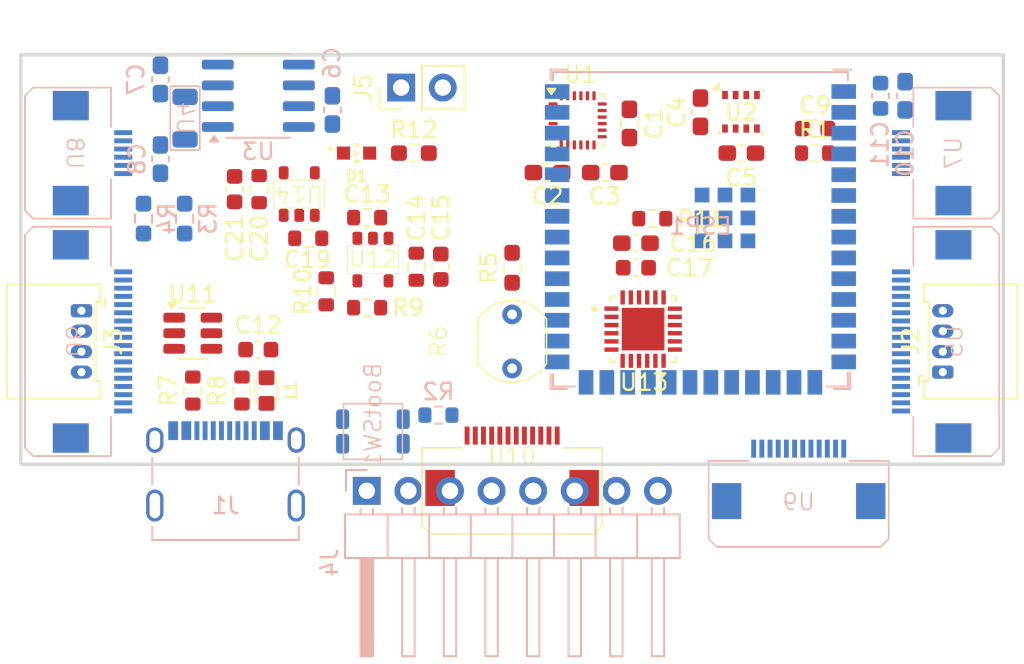
<source format=kicad_pcb>
(kicad_pcb (version 20240108) (generator "pcbnew") (generator_version "8.0")
  (layers (0 "F.Cu" signal) (31 "B.Cu" signal) (34 "B.Paste" user) (35 "F.Paste" user) (36 "B.SilkS" user "B.Silkscreen") (37 "F.SilkS" user "F.Silkscreen") (38 "B.Mask" user) (39 "F.Mask" user) (44 "Edge.Cuts" user))
  (net 0 "")
  (net 1 "GND")
  (net 2 "Net-(ESP1-GPIO0{slash}BOOT)")
  (net 3 "Net-(J5-Pin_1)")
  (net 4 "+3V3")
  (net 5 "+1V8")
  (net 6 "Net-(U1-REGOUT)")
  (net 7 "Net-(U3-X2)")
  (net 8 "Net-(U3-X1)")
  (net 9 "Net-(ESP1-EN)")
  (net 10 "/1V8 Regulator/Vin")
  (net 11 "Net-(D1-Pad1)")
  (net 39 "USB +")
  (net 43 "USB -")
  (net 52 "Net-(J1-CC1)")
  (net 54 "Net-(J1-CC2)")
  (net 55 "Net-(J1-VBUS_A)")
  (net 56 "+5V")
  (net 57 "SCL")
  (net 58 "SDA")
  (net 59 "Photoresistor")
  (net 60 "Net-(U12-ADJ)")
  (net 61 "Net-(U13-~{INT})")
  (net 78 "Disp 11")
  (net 79 "Disp 7")
  (net 80 "Disp 10")
  (net 81 "Disp 5")
  (net 82 "Disp 0 TX")
  (net 83 "Disp 3")
  (net 84 "Disp 9")
  (net 85 "Disp 1")
  (net 86 "Disp 2")
  (net 87 "Disp 0")
  (net 88 "Disp 4")
  (net 89 "Disp 8")
  (net 90 "Disp 0 RX")
  (net 91 "Disp 6")
  (net 92 "XShut 0")
  (net 93 "XShut 1")
  (net 94 "UI 0")
  (net 95 "UI 3")
  (net 96 "UI IO 0")
  (net 97 "UI 1")
  (net 98 "UI 2")
  (net 99 "UI IO 1")
  (net 100 "CPU IO 1")
  (net 101 "CPU IO 0")
  (net 102 "CPU IO 2")
  (net 103 "GPU-CPU TX")
  (net 104 "GPU-CPU RX")
  (net 105 "CPU IO 3")
  (net 119 "Disp 1 TX")
  (net 120 "Disp 1 RX")
  (footprint "Resistor_SMD:R_0603_1608Metric" (layer "F.Cu") (at 130.5 105.5 90)
    (property "Reference" "R7" (at 0 -1.5 90) (layer "F.SilkS"))
    (property "Value" "5.1K" (hide yes))
    (pad "1" smd roundrect (at -0.825 0 90) (size 0.8 0.95) (layers "F.Cu" "F.Paste" "F.Mask") (net 54 "Net-(J1-CC2)"))
    (pad "2" smd roundrect (at 0.825 0 90) (size 0.8 0.95) (layers "F.Cu" "F.Paste" "F.Mask") (net 1 "GND"))
  )
  (footprint "LED_Red_SMD:WL-SMCW_0603" (layer "F.Cu") (at 140.5 91 180)
    (property "Reference" "D1" (at 0 -1.4064 360) (layer "F.SilkS") (effects (font (size 0.64 0.64))))
    (property "Value" "WL-SMCW_0603" (hide yes))
    (fp_text user "+" (at 1.6 0.3 360) (layer "F.SilkS") (effects (font (size 0.48 0.48))))
    (pad "1" smd rect (at -0.799999 0 180) (size 0.8 0.8) (layers "F.Cu" "F.Paste" "F.Mask") (net 11 "Net-(D1-Pad1)"))
    (pad "2" smd rect (at 0.799999 0 180) (size 0.8 0.8) (layers "F.Cu" "F.Paste" "F.Mask") (net 4 "+3V3"))
  )
  (footprint "Resistor_SMD:R_0603_1608Metric" (layer "F.Cu") (at 141.145 94.94)
    (property "Reference" "C13" (at 0 -1.43 0) (layer "F.SilkS"))
    (property "Value" "1uF" (hide yes))
    (pad "1" smd roundrect (at -0.825 0) (size 0.8 0.95) (layers "F.Cu" "F.Paste" "F.Mask") (net 10 "/1V8 Regulator/Vin"))
    (pad "2" smd roundrect (at 0.825 0) (size 0.8 0.95) (layers "F.Cu" "F.Paste" "F.Mask") (net 1 "GND"))
  )
  (footprint "Resistor_SMD:R_0603_1608Metric" (layer "F.Cu") (at 133.5 105.5 90)
    (property "Reference" "R8" (at 0 -1.5 90) (layer "F.SilkS"))
    (property "Value" "5.1K" (hide yes))
    (pad "1" smd roundrect (at -0.825 0 90) (size 0.8 0.95) (layers "F.Cu" "F.Paste" "F.Mask") (net 52 "Net-(J1-CC1)"))
    (pad "2" smd roundrect (at 0.825 0 90) (size 0.8 0.95) (layers "F.Cu" "F.Paste" "F.Mask") (net 1 "GND"))
  )
  (footprint "AP7366-SOT25:AP7366" (layer "F.Cu") (at 141.5 97.5)
    (property "Reference" "U12" (at 0 -0.04 0) (layer "F.SilkS") (effects (font (thickness 0.1))))
    (property "Value" "AP7366-W5-7" (hide yes))
    (pad "1" smd roundrect (at 0.95 -1.3 90) (size 0.8 0.6) (layers "F.Cu" "F.Paste" "F.Mask") (net 10 "/1V8 Regulator/Vin"))
    (pad "2" smd roundrect (at 0 -1.3 90) (size 0.8 0.6) (layers "F.Cu" "F.Paste" "F.Mask") (net 1 "GND"))
    (pad "3" smd roundrect (at -0.95 -1.3 90) (size 0.8 0.6) (layers "F.Cu" "F.Paste" "F.Mask") (net 10 "/1V8 Regulator/Vin"))
    (pad "4" smd roundrect (at -0.95 1.3 90) (size 0.8 0.6) (layers "F.Cu" "F.Paste" "F.Mask") (net 60 "Net-(U12-ADJ)"))
    (pad "5" smd roundrect (at 0.95 1.3 90) (size 0.8 0.6) (layers "F.Cu" "F.Paste" "F.Mask") (net 5 "+1V8"))
  )
  (footprint "Resistor_SMD:R_0603_1608Metric" (layer "F.Cu") (at 158.560476 95 180)
    (property "Reference" "R11" (at -3 0 360) (layer "F.SilkS"))
    (property "Value" "10K" (hide yes))
    (pad "1" smd roundrect (at -0.825 0 180) (size 0.8 0.95) (layers "F.Cu" "F.Paste" "F.Mask") (net 4 "+3V3"))
    (pad "2" smd roundrect (at 0.825 0 180) (size 0.8 0.95) (layers "F.Cu" "F.Paste" "F.Mask") (net 61 "Net-(U13-~{INT})"))
  )
  (footprint "Capacitor_SMD:C_0603_1608Metric" (layer "F.Cu") (at 134.5 103 180)
    (property "Reference" "C12" (at 0 1.5 360) (layer "F.SilkS"))
    (property "Value" "10uF" (hide yes))
    (pad "1" smd roundrect (at -0.775 0 180) (size 0.9 0.95) (layers "F.Cu" "F.Paste" "F.Mask") (net 10 "/1V8 Regulator/Vin"))
    (pad "2" smd roundrect (at 0.775 0 180) (size 0.9 0.95) (layers "F.Cu" "F.Paste" "F.Mask") (net 1 "GND"))
  )
  (footprint "Sensor_Motion:InvenSense_QFN-24_3x3mm_P0.4mm" (layer "F.Cu") (at 154 89)
    (property "Reference" "U1" (at 0.1625 -2.81 0) (layer "F.SilkS"))
    (property "Value" "ICM-20948" (hide yes))
    (pad "1" smd roundrect (at -1.5 -1) (size 0.55 0.2) (layers "F.Cu" "F.Paste" "F.Mask"))
    (pad "2" smd roundrect (at -1.5 -0.6) (size 0.55 0.2) (layers "F.Cu" "F.Paste" "F.Mask"))
    (pad "3" smd roundrect (at -1.5 -0.2) (size 0.55 0.2) (layers "F.Cu" "F.Paste" "F.Mask"))
    (pad "4" smd roundrect (at -1.5 0.2) (size 0.55 0.2) (layers "F.Cu" "F.Paste" "F.Mask"))
    (pad "5" smd roundrect (at -1.5 0.6) (size 0.55 0.2) (layers "F.Cu" "F.Paste" "F.Mask"))
    (pad "6" smd roundrect (at -1.5 1) (size 0.55 0.2) (layers "F.Cu" "F.Paste" "F.Mask"))
    (pad "7" smd roundrect (at -1 1.5 90) (size 0.55 0.2) (layers "F.Cu" "F.Paste" "F.Mask"))
    (pad "8" smd roundrect (at -0.6 1.5 90) (size 0.55 0.2) (layers "F.Cu" "F.Paste" "F.Mask") (net 5 "+1V8"))
    (pad "9" smd roundrect (at -0.2 1.5 90) (size 0.55 0.2) (layers "F.Cu" "F.Paste" "F.Mask") (net 1 "GND"))
    (pad "10" smd roundrect (at 0.2 1.5 90) (size 0.55 0.2) (layers "F.Cu" "F.Paste" "F.Mask") (net 6 "Net-(U1-REGOUT)"))
    (pad "11" smd roundrect (at 0.6 1.5 90) (size 0.55 0.2) (layers "F.Cu" "F.Paste" "F.Mask"))
    (pad "12" smd roundrect (at 1 1.5 90) (size 0.55 0.2) (layers "F.Cu" "F.Paste" "F.Mask"))
    (pad "13" smd roundrect (at 1.5 1) (size 0.55 0.2) (layers "F.Cu" "F.Paste" "F.Mask") (net 4 "+3V3"))
    (pad "14" smd roundrect (at 1.5 0.6) (size 0.55 0.2) (layers "F.Cu" "F.Paste" "F.Mask"))
    (pad "15" smd roundrect (at 1.5 0.2) (size 0.55 0.2) (layers "F.Cu" "F.Paste" "F.Mask"))
    (pad "16" smd roundrect (at 1.5 -0.2) (size 0.55 0.2) (layers "F.Cu" "F.Paste" "F.Mask"))
    (pad "17" smd roundrect (at 1.5 -0.6) (size 0.55 0.2) (layers "F.Cu" "F.Paste" "F.Mask"))
    (pad "18" smd roundrect (at 1.5 -1) (size 0.55 0.2) (layers "F.Cu" "F.Paste" "F.Mask") (net 1 "GND"))
    (pad "19" smd roundrect (at 1 -1.5 90) (size 0.55 0.2) (layers "F.Cu" "F.Paste" "F.Mask"))
    (pad "20" smd roundrect (at 0.6 -1.5 90) (size 0.55 0.2) (layers "F.Cu" "F.Paste" "F.Mask") (net 1 "GND"))
    (pad "21" smd roundrect (at 0.2 -1.5 90) (size 0.55 0.2) (layers "F.Cu" "F.Paste" "F.Mask"))
    (pad "22" smd roundrect (at -0.2 -1.5 90) (size 0.55 0.2) (layers "F.Cu" "F.Paste" "F.Mask") (net 5 "+1V8"))
    (pad "23" smd roundrect (at -0.6 -1.5 90) (size 0.55 0.2) (layers "F.Cu" "F.Paste" "F.Mask") (net 57 "SCL"))
    (pad "24" smd roundrect (at -1 -1.5 90) (size 0.55 0.2) (layers "F.Cu" "F.Paste" "F.Mask") (net 58 "SDA"))
  )
  (footprint "Resistor_SMD:R_0603_1608Metric" (layer "F.Cu") (at 144.145 97.94 90)
    (property "Reference" "C14" (at 3 0 90) (layer "F.SilkS"))
    (property "Value" "1uF" (hide yes))
    (pad "1" smd roundrect (at -0.825 0 90) (size 0.8 0.95) (layers "F.Cu" "F.Paste" "F.Mask") (net 5 "+1V8"))
    (pad "2" smd roundrect (at 0.825 0 90) (size 0.8 0.95) (layers "F.Cu" "F.Paste" "F.Mask") (net 1 "GND"))
  )
  (footprint "Resistor_SMD:R_0603_1608Metric" (layer "F.Cu") (at 137.55 96.2 180)
    (property "Reference" "C19" (at 0.05 -1.3 360) (layer "F.SilkS"))
    (property "Value" "1uF" (hide yes))
    (pad "1" smd roundrect (at -0.825 0 180) (size 0.8 0.95) (layers "F.Cu" "F.Paste" "F.Mask") (net 10 "/1V8 Regulator/Vin"))
    (pad "2" smd roundrect (at 0.825 0 180) (size 0.8 0.95) (layers "F.Cu" "F.Paste" "F.Mask") (net 1 "GND"))
  )
  (footprint "Capacitor_SMD:C_0603_1608Metric" (layer "F.Cu") (at 133.05 93.2 -90)
    (property "Reference" "C21" (at 3 0 90) (layer "F.SilkS"))
    (property "Value" "10uF" (hide yes))
    (pad "1" smd roundrect (at -0.775 0 270) (size 0.9 0.95) (layers "F.Cu" "F.Paste" "F.Mask") (net 4 "+3V3"))
    (pad "2" smd roundrect (at 0.775 0 270) (size 0.9 0.95) (layers "F.Cu" "F.Paste" "F.Mask") (net 1 "GND"))
  )
  (footprint "Capacitor_SMD:C_0603_1608Metric" (layer "F.Cu") (at 157.560476 98 180)
    (property "Reference" "C17" (at -3.270476 0 360) (layer "F.SilkS"))
    (property "Value" "0.1uF" (hide yes))
    (pad "1" smd roundrect (at -0.775 0 180) (size 0.9 0.95) (layers "F.Cu" "F.Paste" "F.Mask") (net 4 "+3V3"))
    (pad "2" smd roundrect (at 0.775 0 180) (size 0.9 0.95) (layers "F.Cu" "F.Paste" "F.Mask") (net 1 "GND"))
  )
  (footprint "Resistor_SMD:R_0603_1608Metric_Pad0.98x0.95mm_HandSolder" (layer "F.Cu") (at 144 91)
    (property "Reference" "R12" (at 0 -1.43 0) (layer "F.SilkS"))
    (property "Value" "65" (hide yes))
    (pad "1" smd roundrect (at -0.9125 0) (size 0.975 0.95) (layers "F.Cu" "F.Paste" "F.Mask") (net 11 "Net-(D1-Pad1)"))
    (pad "2" smd roundrect (at 0.9125 0) (size 0.975 0.95) (layers "F.Cu" "F.Paste" "F.Mask") (net 1 "GND"))
  )
  (footprint "Capacitor_SMD:C_0603_1608Metric_Pad1.08x0.95mm_HandSolder" (layer "F.Cu") (at 157.1625 89.19 90)
    (property "Reference" "C1" (at 0 1.5 90) (layer "F.SilkS"))
    (property "Value" "0.1uF" (hide yes))
    (pad "1" smd roundrect (at -0.862501 0 90) (size 1.075 0.95) (layers "F.Cu" "F.Paste" "F.Mask") (net 4 "+3V3"))
    (pad "2" smd roundrect (at 0.862501 0 90) (size 1.075 0.95) (layers "F.Cu" "F.Paste" "F.Mask") (net 1 "GND"))
  )
  (footprint "Capacitor_SMD:C_0603_1608Metric_Pad1.08x0.95mm_HandSolder" (layer "F.Cu") (at 164 91)
    (property "Reference" "C5" (at 0 1.5 0) (layer "F.SilkS"))
    (property "Value" "100nF" (hide yes))
    (pad "1" smd roundrect (at -0.8625 0) (size 1.075 0.95) (layers "F.Cu" "F.Paste" "F.Mask") (net 4 "+3V3"))
    (pad "2" smd roundrect (at 0.8625 0) (size 1.075 0.95) (layers "F.Cu" "F.Paste" "F.Mask") (net 1 "GND"))
  )
  (footprint "AP7366-SOT25:AP7366" (layer "F.Cu") (at 137 93.5 180)
    (property "Reference" "U14" (at 0 0 180) (layer "F.SilkS") (effects (font (thickness 0.1))))
    (property "Value" "AP7366-33W5-7" (hide yes))
    (pad "1" smd roundrect (at 0.95 -1.3 270) (size 0.8 0.6) (layers "F.Cu" "F.Paste" "F.Mask") (net 10 "/1V8 Regulator/Vin"))
    (pad "2" smd roundrect (at 0 -1.3 270) (size 0.8 0.6) (layers "F.Cu" "F.Paste" "F.Mask") (net 1 "GND"))
    (pad "3" smd roundrect (at -0.95 -1.3 270) (size 0.8 0.6) (layers "F.Cu" "F.Paste" "F.Mask") (net 10 "/1V8 Regulator/Vin"))
    (pad "4" smd roundrect (at -0.95 1.3 270) (size 0.8 0.6) (layers "F.Cu" "F.Paste" "F.Mask"))
    (pad "5" smd roundrect (at 0.95 1.3 270) (size 0.8 0.6) (layers "F.Cu" "F.Paste" "F.Mask") (net 4 "+3V3"))
  )
  (footprint "FFC_Connector:FFC Aliexpress 0.5mm 12P" (layer "F.Cu") (at 150 109.2)
    (property "Reference" "U10" (at 0 0.3 0) (layer "F.SilkS") (effects (font (thickness 0.1))))
    (property "Value" "FFC [G]" (hide yes))
    (pad "" smd rect (at -4.4 2.25) (size 1.8 2.2) (layers "F.Cu" "F.Paste" "F.Mask"))
    (pad "" smd rect (at 4.4 2.25) (size 1.8 2.2) (layers "F.Cu" "F.Paste" "F.Mask"))
    (pad "1" smd rect (at -2.75 -0.95) (size 0.3 1.1) (layers "F.Cu" "F.Paste" "F.Mask") (net 1 "GND"))
    (pad "2" smd rect (at -2.25 -0.95) (size 0.3 1.1) (layers "F.Cu" "F.Paste" "F.Mask") (net 101 "CPU IO 0"))
    (pad "3" smd rect (at -1.75 -0.95) (size 0.3 1.1) (layers "F.Cu" "F.Paste" "F.Mask") (net 1 "GND"))
    (pad "4" smd rect (at -1.25 -0.95) (size 0.3 1.1) (layers "F.Cu" "F.Paste" "F.Mask") (net 100 "CPU IO 1"))
    (pad "5" smd rect (at -0.75 -0.95) (size 0.3 1.1) (layers "F.Cu" "F.Paste" "F.Mask") (net 56 "+5V"))
    (pad "6" smd rect (at -0.25 -0.95) (size 0.3 1.1) (layers "F.Cu" "F.Paste" "F.Mask") (net 104 "GPU-CPU RX"))
    (pad "7" smd rect (at 0.25 -0.95) (size 0.3 1.1) (layers "F.Cu" "F.Paste" "F.Mask") (net 103 "GPU-CPU TX"))
    (pad "8" smd rect (at 0.75 -0.95) (size 0.3 1.1) (layers "F.Cu" "F.Paste" "F.Mask") (net 56 "+5V"))
    (pad "9" smd rect (at 1.25 -0.95) (size 0.3 1.1) (layers "F.Cu" "F.Paste" "F.Mask") (net 102 "CPU IO 2"))
    (pad "10" smd rect (at 1.75 -0.95) (size 0.3 1.1) (layers "F.Cu" "F.Paste" "F.Mask") (net 1 "GND"))
    (pad "11" smd rect (at 2.25 -0.95) (size 0.3 1.1) (layers "F.Cu" "F.Paste" "F.Mask") (net 105 "CPU IO 3"))
    (pad "12" smd rect (at 2.75 -0.95) (size 0.3 1.1) (layers "F.Cu" "F.Paste" "F.Mask") (net 1 "GND"))
  )
  (footprint "Capacitor_SMD:C_0603_1608Metric_Pad1.08x0.95mm_HandSolder" (layer "F.Cu") (at 157.560476 96.5 180)
    (property "Reference" "C16" (at -3.5 0 360) (layer "F.SilkS"))
    (property "Value" "22uF" (hide yes))
    (pad "1" smd roundrect (at -0.862501 0 180) (size 1.075 0.95) (layers "F.Cu" "F.Paste" "F.Mask") (net 4 "+3V3"))
    (pad "2" smd roundrect (at 0.862501 0 180) (size 1.075 0.95) (layers "F.Cu" "F.Paste" "F.Mask") (net 1 "GND"))
  )
  (footprint "Connector_PinHeader_2.54mm:PinHeader_1x02_P2.54mm_Vertical" (layer "F.Cu") (at 143.225 87 90)
    (property "Reference" "J5" (at 0 -2.33 90) (layer "F.SilkS"))
    (property "Value" "Coin Cell" (hide yes))
    (pad "1" thru_hole rect (at 0 0 90) (size 1.7 1.7) (drill 1) (layers "*.Cu" "*.Mask") (net 3 "Net-(J5-Pin_1)"))
    (pad "2" thru_hole oval (at 0 2.54 90) (size 1.7 1.7) (drill 1) (layers "*.Cu" "*.Mask") (net 1 "GND"))
  )
  (footprint "Resistor_SMD:R_0603_1608Metric_Pad0.98x0.95mm_HandSolder" (layer "F.Cu") (at 150 98 90)
    (property "Reference" "R5" (at 0 -1.43 90) (layer "F.SilkS"))
    (property "Value" "10K" (hide yes))
    (pad "1" smd roundrect (at -0.9125 0 90) (size 0.975 0.95) (layers "F.Cu" "F.Paste" "F.Mask") (net 59 "Photoresistor"))
    (pad "2" smd roundrect (at 0.9125 0 90) (size 0.975 0.95) (layers "F.Cu" "F.Paste" "F.Mask") (net 1 "GND"))
  )
  (footprint "Resistor_SMD:R_0603_1608Metric" (layer "F.Cu") (at 141.145 100.44 180)
    (property "Reference" "R9" (at -2.5 0 360) (layer "F.SilkS"))
    (property "Value" "75K" (hide yes))
    (pad "1" smd roundrect (at -0.825 0 180) (size 0.8 0.95) (layers "F.Cu" "F.Paste" "F.Mask") (net 5 "+1V8"))
    (pad "2" smd roundrect (at 0.825 0 180) (size 0.8 0.95) (layers "F.Cu" "F.Paste" "F.Mask") (net 60 "Net-(U12-ADJ)"))
  )
  (footprint "Photoresistor:Photoresistor Aliexpress" (layer "F.Cu") (at 150 102.5 90)
    (property "Reference" "R6" (at 0 -4.500001 90) (layer "F.SilkS") (effects (font (thickness 0.1))))
    (property "Value" "R_Photo" (hide yes))
    (pad "1" thru_hole circle (at -1.65 0 90) (size 1.2 1.2) (drill 0.6) (layers "*.Cu" "*.Mask") (net 4 "+3V3"))
    (pad "2" thru_hole circle (at 1.65 0 90) (size 1.2 1.2) (drill 0.6) (layers "*.Cu" "*.Mask") (net 59 "Photoresistor"))
  )
  (footprint "Resistor_SMD:R_0603_1608Metric" (layer "F.Cu") (at 168.5 91)
    (property "Reference" "R1" (at 0 -1.43 0) (layer "F.SilkS"))
    (property "Value" "10K" (hide yes))
    (pad "1" smd roundrect (at -0.825 0) (size 0.8 0.95) (layers "F.Cu" "F.Paste" "F.Mask") (net 4 "+3V3"))
    (pad "2" smd roundrect (at 0.825 0) (size 0.8 0.95) (layers "F.Cu" "F.Paste" "F.Mask") (net 9 "Net-(ESP1-EN)"))
  )
  (footprint "Connector_Molex:Molex_PicoBlade_53048-0410_1x04_P1.25mm_Horizontal" (layer "F.Cu") (at 176.3 104.375 90)
    (property "Reference" "J2" (at 1.88 -1.95 90) (layer "F.SilkS"))
    (property "Value" "JST [D]" (hide yes))
    (pad "1" thru_hole roundrect (at 0 0 90) (size 0.8 1.3) (drill 0.5) (layers "*.Cu" "*.Mask") (net 1 "GND"))
    (pad "2" thru_hole oval (at 1.249999 0 90) (size 0.8 1.3) (drill 0.5) (layers "*.Cu" "*.Mask") (net 56 "+5V"))
    (pad "3" thru_hole oval (at 2.5 0 90) (size 0.8 1.3) (drill 0.5) (layers "*.Cu" "*.Mask") (net 56 "+5V"))
    (pad "4" thru_hole oval (at 3.749999 0 90) (size 0.8 1.3) (drill 0.5) (layers "*.Cu" "*.Mask") (net 1 "GND"))
  )
  (footprint "Package_LGA:Bosch_LGA-8_2.5x2.5mm_P0.65mm_ClockwisePinNumbering" (layer "F.Cu") (at 163.975 88.475)
    (property "Reference" "U2" (at 0.015 0.025 0) (layer "F.SilkS"))
    (property "Value" "BME280" (hide yes))
    (pad "1" smd rect (at -0.975 -1.025 90) (size 0.5 0.35) (layers "F.Cu" "F.Paste" "F.Mask") (net 1 "GND"))
    (pad "2" smd rect (at -0.325 -1.025 90) (size 0.5 0.35) (layers "F.Cu" "F.Paste" "F.Mask") (net 4 "+3V3"))
    (pad "3" smd rect (at 0.325 -1.025 90) (size 0.5 0.35) (layers "F.Cu" "F.Paste" "F.Mask") (net 58 "SDA"))
    (pad "4" smd rect (at 0.975 -1.025 90) (size 0.5 0.35) (layers "F.Cu" "F.Paste" "F.Mask") (net 57 "SCL"))
    (pad "5" smd rect (at 0.975 1.025 90) (size 0.5 0.35) (layers "F.Cu" "F.Paste" "F.Mask") (net 1 "GND"))
    (pad "6" smd rect (at 0.325 1.025 90) (size 0.5 0.35) (layers "F.Cu" "F.Paste" "F.Mask") (net 4 "+3V3"))
    (pad "7" smd rect (at -0.325 1.025 90) (size 0.5 0.35) (layers "F.Cu" "F.Paste" "F.Mask") (net 1 "GND"))
    (pad "8" smd rect (at -0.975 1.025 90) (size 0.5 0.35) (layers "F.Cu" "F.Paste" "F.Mask") (net 4 "+3V3"))
  )
  (footprint "Capacitor_SMD:C_0603_1608Metric_Pad1.08x0.95mm_HandSolder" (layer "F.Cu") (at 152.1625 92.19 180)
    (property "Reference" "C2" (at 0 -1.43 360) (layer "F.SilkS"))
    (property "Value" "0.1uF" (hide yes))
    (pad "1" smd roundrect (at -0.862501 0 180) (size 1.075 0.95) (layers "F.Cu" "F.Paste" "F.Mask") (net 1 "GND"))
    (pad "2" smd roundrect (at 0.862501 0 180) (size 1.075 0.95) (layers "F.Cu" "F.Paste" "F.Mask") (net 5 "+1V8"))
  )
  (footprint "Capacitor_SMD:C_0603_1608Metric_Pad1.08x0.95mm_HandSolder" (layer "F.Cu") (at 155.6625 92.19 180)
    (property "Reference" "C3" (at 0 -1.43 360) (layer "F.SilkS"))
    (property "Value" "0.1uF" (hide yes))
    (pad "1" smd roundrect (at -0.862501 0 180) (size 1.075 0.95) (layers "F.Cu" "F.Paste" "F.Mask") (net 6 "Net-(U1-REGOUT)"))
    (pad "2" smd roundrect (at 0.862501 0 180) (size 1.075 0.95) (layers "F.Cu" "F.Paste" "F.Mask") (net 1 "GND"))
  )
  (footprint "Capacitor_SMD:C_0603_1608Metric" (layer "F.Cu") (at 168.5 89.5)
    (property "Reference" "C9" (at 0 -1.43 0) (layer "F.SilkS"))
    (property "Value" "1uF" (hide yes))
    (pad "1" smd roundrect (at -0.775 0) (size 0.9 0.95) (layers "F.Cu" "F.Paste" "F.Mask") (net 1 "GND"))
    (pad "2" smd roundrect (at 0.775 0) (size 0.9 0.95) (layers "F.Cu" "F.Paste" "F.Mask") (net 9 "Net-(ESP1-EN)"))
  )
  (footprint "Ferrite_Bead_MPZ1608S601ATA00:INDC1608X95N" (layer "F.Cu") (at 135 105.5 90)
    (property "Reference" "L1" (at 0 1.5 90) (layer "F.SilkS") (effects (font (size 0.630361 0.630361))))
    (property "Value" "MPZ1608S601ATA00" (hide yes))
    (pad "1" smd roundrect (at -0.785 0 90) (size 0.9 0.97) (layers "F.Cu" "F.Paste" "F.Mask") (roundrect_rratio 0.15) (net 55 "Net-(J1-VBUS_A)"))
    (pad "2" smd roundrect (at 0.785 0 90) (size 0.9 0.97) (layers "F.Cu" "F.Paste" "F.Mask") (roundrect_rratio 0.15) (net 10 "/1V8 Regulator/Vin"))
  )
  (footprint "Resistor_SMD:R_0603_1608Metric" (layer "F.Cu") (at 134.55 93.2 -90)
    (property "Reference" "C20" (at 3 0 90) (layer "F.SilkS"))
    (property "Value" "1uF" (hide yes))
    (pad "1" smd roundrect (at -0.825 0 270) (size 0.8 0.95) (layers "F.Cu" "F.Paste" "F.Mask") (net 4 "+3V3"))
    (pad "2" smd roundrect (at 0.825 0 270) (size 0.8 0.95) (layers "F.Cu" "F.Paste" "F.Mask") (net 1 "GND"))
  )
  (footprint "Package_TO_SOT_SMD:SOT-23-6" (layer "F.Cu") (at 130.5 102)
    (property "Reference" "U11" (at 0 -2.4 0) (layer "F.SilkS"))
    (property "Value" "SRV05-4" (hide yes))
    (pad "1" smd roundrect (at -1.1375 -0.95) (size 1.325 0.6) (layers "F.Cu" "F.Paste" "F.Mask") (net 39 "USB +"))
    (pad "2" smd roundrect (at -1.1375 0) (size 1.325 0.6) (layers "F.Cu" "F.Paste" "F.Mask") (net 1 "GND"))
    (pad "3" smd roundrect (at -1.1375 0.95) (size 1.325 0.6) (layers "F.Cu" "F.Paste" "F.Mask"))
    (pad "4" smd roundrect (at 1.1375 0.95) (size 1.325 0.6) (layers "F.Cu" "F.Paste" "F.Mask") (net 43 "USB -"))
    (pad "5" smd roundrect (at 1.1375 0) (size 1.325 0.6) (layers "F.Cu" "F.Paste" "F.Mask") (net 56 "+5V"))
    (pad "6" smd roundrect (at 1.1375 -0.95) (size 1.325 0.6) (layers "F.Cu" "F.Paste" "F.Mask"))
  )
  (footprint "IO_Expander_TCA9535RTWR:QFN50P400X400X80-25N" (layer "F.Cu") (at 158 101.75)
    (property "Reference" "U13" (at 0.060476 3.25 0) (layer "F.SilkS"))
    (property "Value" "TCA9535RTWR" (hide yes))
    (pad "1" smd roundrect (at -1.935 -1.25) (size 0.86 0.27) (layers "F.Cu" "F.Paste" "F.Mask") (roundrect_rratio 0.125) (net 101 "CPU IO 0"))
    (pad "2" smd roundrect (at -1.935 -0.75) (size 0.86 0.27) (layers "F.Cu" "F.Paste" "F.Mask") (roundrect_rratio 0.125) (net 100 "CPU IO 1"))
    (pad "3" smd roundrect (at -1.935 -0.25) (size 0.86 0.27) (layers "F.Cu" "F.Paste" "F.Mask") (roundrect_rratio 0.125) (net 102 "CPU IO 2"))
    (pad "4" smd roundrect (at -1.935 0.25) (size 0.86 0.27) (layers "F.Cu" "F.Paste" "F.Mask") (roundrect_rratio 0.125) (net 105 "CPU IO 3"))
    (pad "5" smd roundrect (at -1.935 0.75) (size 0.86 0.27) (layers "F.Cu" "F.Paste" "F.Mask") (roundrect_rratio 0.125) (net 92 "XShut 0"))
    (pad "6" smd roundrect (at -1.935 1.25) (size 0.86 0.27) (layers "F.Cu" "F.Paste" "F.Mask") (roundrect_rratio 0.125) (net 93 "XShut 1"))
    (pad "7" smd roundrect (at -1.25 1.935) (size 0.27 0.86) (layers "F.Cu" "F.Paste" "F.Mask") (roundrect_rratio 0.125))
    (pad "8" smd roundrect (at -0.75 1.935) (size 0.27 0.86) (layers "F.Cu" "F.Paste" "F.Mask") (roundrect_rratio 0.125))
    (pad "9" smd roundrect (at -0.25 1.935) (size 0.27 0.86) (layers "F.Cu" "F.Paste" "F.Mask") (roundrect_rratio 0.125) (net 1 "GND"))
    (pad "10" smd roundrect (at 0.25 1.935) (size 0.27 0.86) (layers "F.Cu" "F.Paste" "F.Mask") (roundrect_rratio 0.125))
    (pad "11" smd roundrect (at 0.75 1.935) (size 0.27 0.86) (layers "F.Cu" "F.Paste" "F.Mask") (roundrect_rratio 0.125))
    (pad "12" smd roundrect (at 1.25 1.935) (size 0.27 0.86) (layers "F.Cu" "F.Paste" "F.Mask") (roundrect_rratio 0.125))
    (pad "13" smd roundrect (at 1.935 1.25) (size 0.86 0.27) (layers "F.Cu" "F.Paste" "F.Mask") (roundrect_rratio 0.125))
    (pad "14" smd roundrect (at 1.935 0.75) (size 0.86 0.27) (layers "F.Cu" "F.Paste" "F.Mask") (roundrect_rratio 0.125))
    (pad "15" smd roundrect (at 1.935 0.25) (size 0.86 0.27) (layers "F.Cu" "F.Paste" "F.Mask") (roundrect_rratio 0.125))
    (pad "16" smd roundrect (at 1.935 -0.25) (size 0.86 0.27) (layers "F.Cu" "F.Paste" "F.Mask") (roundrect_rratio 0.125))
    (pad "17" smd roundrect (at 1.935 -0.75) (size 0.86 0.27) (layers "F.Cu" "F.Paste" "F.Mask") (roundrect_rratio 0.125))
    (pad "18" smd roundrect (at 1.935 -1.25) (size 0.86 0.27) (layers "F.Cu" "F.Paste" "F.Mask") (roundrect_rratio 0.125) (net 1 "GND"))
    (pad "19" smd roundrect (at 1.25 -1.935) (size 0.27 0.86) (layers "F.Cu" "F.Paste" "F.Mask") (roundrect_rratio 0.125) (net 57 "SCL"))
    (pad "20" smd roundrect (at 0.75 -1.935) (size 0.27 0.86) (layers "F.Cu" "F.Paste" "F.Mask") (roundrect_rratio 0.125) (net 58 "SDA"))
    (pad "21" smd roundrect (at 0.25 -1.935) (size 0.27 0.86) (layers "F.Cu" "F.Paste" "F.Mask") (roundrect_rratio 0.125) (net 4 "+3V3"))
    (pad "22" smd roundrect (at -0.25 -1.935) (size 0.27 0.86) (layers "F.Cu" "F.Paste" "F.Mask") (roundrect_rratio 0.125) (net 61 "Net-(U13-~{INT})"))
    (pad "23" smd roundrect (at -0.75 -1.935) (size 0.27 0.86) (layers "F.Cu" "F.Paste" "F.Mask") (roundrect_rratio 0.125) (net 1 "GND"))
    (pad "24" smd roundrect (at -1.25 -1.935) (size 0.27 0.86) (layers "F.Cu" "F.Paste" "F.Mask") (roundrect_rratio 0.125) (net 1 "GND"))
    (pad "25" smd rect (at 0 0) (size 2.6 2.6) (layers "F.Cu" "F.Mask") (net 1 "GND"))
  )
  (footprint "Connector_Molex:Molex_PicoBlade_53048-0410_1x04_P1.25mm_Horizontal" (layer "F.Cu") (at 123.7 100.625 -90)
    (property "Reference" "J3" (at 1.88 -1.95 90) (layer "F.SilkS"))
    (property "Value" "JST [D]" (hide yes))
    (pad "1" thru_hole roundrect (at 0 0 270) (size 0.8 1.3) (drill 0.5) (layers "*.Cu" "*.Mask") (net 1 "GND"))
    (pad "2" thru_hole oval (at 1.249999 0 270) (size 0.8 1.3) (drill 0.5) (layers "*.Cu" "*.Mask") (net 56 "+5V"))
    (pad "3" thru_hole oval (at 2.5 0 270) (size 0.8 1.3) (drill 0.5) (layers "*.Cu" "*.Mask") (net 56 "+5V"))
    (pad "4" thru_hole oval (at 3.749999 0 270) (size 0.8 1.3) (drill 0.5) (layers "*.Cu" "*.Mask") (net 1 "GND"))
  )
  (footprint "Capacitor_SMD:C_0603_1608Metric_Pad1.08x0.95mm_HandSolder" (layer "F.Cu") (at 161.5 88.5 90)
    (property "Reference" "C4" (at 0 -1.43 90) (layer "F.SilkS"))
    (property "Value" "100nF" (hide yes))
    (pad "1" smd roundrect (at -0.862501 0 90) (size 1.075 0.95) (layers "F.Cu" "F.Paste" "F.Mask") (net 1 "GND"))
    (pad "2" smd roundrect (at 0.862501 0 90) (size 1.075 0.95) (layers "F.Cu" "F.Paste" "F.Mask") (net 4 "+3V3"))
  )
  (footprint "Resistor_SMD:R_0603_1608Metric" (layer "F.Cu") (at 138.645 99.44 90)
    (property "Reference" "R10" (at 0 -1.43 90) (layer "F.SilkS"))
    (property "Value" "60K" (hide yes))
    (pad "1" smd roundrect (at -0.825 0 90) (size 0.8 0.95) (layers "F.Cu" "F.Paste" "F.Mask") (net 60 "Net-(U12-ADJ)"))
    (pad "2" smd roundrect (at 0.825 0 90) (size 0.8 0.95) (layers "F.Cu" "F.Paste" "F.Mask") (net 1 "GND"))
  )
  (footprint "Capacitor_SMD:C_0603_1608Metric" (layer "F.Cu") (at 145.645 97.94 90)
    (property "Reference" "C15" (at 3 0 90) (layer "F.SilkS"))
    (property "Value" "10uF" (hide yes))
    (pad "1" smd roundrect (at -0.775 0 90) (size 0.9 0.95) (layers "F.Cu" "F.Paste" "F.Mask") (net 5 "+1V8"))
    (pad "2" smd roundrect (at 0.775 0 90) (size 0.9 0.95) (layers "F.Cu" "F.Paste" "F.Mask") (net 1 "GND"))
  )
  (footprint "FFC_Connector:FFC Aliexpress 0.5mm 6P" (layer "B.Cu") (at 125.3 91 90)
    (property "Reference" "U8" (at 0 -2 -90) (layer "B.SilkS") (effects (font (thickness 0.1)) (justify mirror)))
    (property "Value" "FFC [C]" (hide yes))
    (pad "" smd rect (at -2.9 -2.25 90) (size 1.8 2.2) (layers "B.Cu" "B.Paste" "B.Mask"))
    (pad "" smd rect (at 2.9 -2.25 90) (size 1.8 2.2) (layers "B.Cu" "B.Paste" "B.Mask"))
    (pad "1" smd rect (at -1.25 0.95 90) (size 0.3 1.1) (layers "B.Cu" "B.Paste" "B.Mask") (net 1 "GND"))
    (pad "2" smd rect (at -0.750001 0.95 90) (size 0.3 1.1) (layers "B.Cu" "B.Paste" "B.Mask") (net 58 "SDA"))
    (pad "3" smd rect (at -0.25 0.95 90) (size 0.3 1.1) (layers "B.Cu" "B.Paste" "B.Mask") (net 4 "+3V3"))
    (pad "4" smd rect (at 0.25 0.95 90) (size 0.3 1.1) (layers "B.Cu" "B.Paste" "B.Mask") (net 93 "XShut 1"))
    (pad "5" smd rect (at 0.750001 0.95 90) (size 0.3 1.1) (layers "B.Cu" "B.Paste" "B.Mask") (net 57 "SCL"))
    (pad "6" smd rect (at 1.25 0.95 90) (size 0.3 1.1) (layers "B.Cu" "B.Paste" "B.Mask") (net 1 "GND"))
  )
  (footprint "PCM_Espressif:ESP32-S3-WROOM-1U" (layer "B.Cu") (at 161.5 95.5 180)
    (property "Reference" "ESP1" (at 0 0.04 0) (layer "B.SilkS") (effects (justify mirror)))
    (property "Value" "ESP32-S3-WROOM-1" (hide yes))
    (pad "1" smd rect (at -8.75 8.26 180) (size 1.5 0.9) (layers "B.Cu" "B.Paste" "B.Mask") (net 1 "GND"))
    (pad "2" smd rect (at -8.75 6.99 180) (size 1.5 0.9) (layers "B.Cu" "B.Paste" "B.Mask") (net 4 "+3V3"))
    (pad "3" smd rect (at -8.75 5.72 180) (size 1.5 0.9) (layers "B.Cu" "B.Paste" "B.Mask") (net 9 "Net-(ESP1-EN)"))
    (pad "4" smd rect (at -8.75 4.45 180) (size 1.5 0.9) (layers "B.Cu" "B.Paste" "B.Mask"))
    (pad "5" smd rect (at -8.75 3.18 180) (size 1.5 0.9) (layers "B.Cu" "B.Paste" "B.Mask"))
    (pad "6" smd rect (at -8.75 1.91 180) (size 1.5 0.9) (layers "B.Cu" "B.Paste" "B.Mask"))
    (pad "7" smd rect (at -8.75 0.64 180) (size 1.5 0.9) (layers "B.Cu" "B.Paste" "B.Mask"))
    (pad "8" smd rect (at -8.75 -0.63 180) (size 1.5 0.9) (layers "B.Cu" "B.Paste" "B.Mask"))
    (pad "9" smd rect (at -8.75 -1.9 180) (size 1.5 0.9) (layers "B.Cu" "B.Paste" "B.Mask"))
    (pad "10" smd rect (at -8.75 -3.17 180) (size 1.5 0.9) (layers "B.Cu" "B.Paste" "B.Mask"))
    (pad "11" smd rect (at -8.75 -4.44 180) (size 1.5 0.9) (layers "B.Cu" "B.Paste" "B.Mask"))
    (pad "12" smd rect (at -8.75 -5.71 180) (size 1.5 0.9) (layers "B.Cu" "B.Paste" "B.Mask"))
    (pad "13" smd rect (at -8.75 -6.98 180) (size 1.5 0.9) (layers "B.Cu" "B.Paste" "B.Mask") (net 43 "USB -"))
    (pad "14" smd rect (at -8.75 -8.25 180) (size 1.5 0.9) (layers "B.Cu" "B.Paste" "B.Mask") (net 39 "USB +"))
    (pad "15" smd rect (at -6.985 -9.5 90) (size 1.5 0.9) (layers "B.Cu" "B.Paste" "B.Mask"))
    (pad "16" smd rect (at -5.715 -9.5 90) (size 1.5 0.9) (layers "B.Cu" "B.Paste" "B.Mask"))
    (pad "17" smd rect (at -4.445 -9.5 90) (size 1.5 0.9) (layers "B.Cu" "B.Paste" "B.Mask"))
    (pad "18" smd rect (at -3.175 -9.5 90) (size 1.5 0.9) (layers "B.Cu" "B.Paste" "B.Mask"))
    (pad "19" smd rect (at -1.905 -9.5 90) (size 1.5 0.9) (layers "B.Cu" "B.Paste" "B.Mask"))
    (pad "20" smd rect (at -0.635 -9.5 90) (size 1.5 0.9) (layers "B.Cu" "B.Paste" "B.Mask"))
    (pad "21" smd rect (at 0.635 -9.5 90) (size 1.5 0.9) (layers "B.Cu" "B.Paste" "B.Mask"))
    (pad "22" smd rect (at 1.905 -9.5 90) (size 1.5 0.9) (layers "B.Cu" "B.Paste" "B.Mask"))
    (pad "23" smd rect (at 3.175 -9.5 90) (size 1.5 0.9) (layers "B.Cu" "B.Paste" "B.Mask"))
    (pad "24" smd rect (at 4.445 -9.5 90) (size 1.5 0.9) (layers "B.Cu" "B.Paste" "B.Mask"))
    (pad "25" smd rect (at 5.715 -9.5 90) (size 1.5 0.9) (layers "B.Cu" "B.Paste" "B.Mask"))
    (pad "26" smd rect (at 6.985 -9.5 90) (size 1.5 0.9) (layers "B.Cu" "B.Paste" "B.Mask"))
    (pad "27" smd rect (at 8.75 -8.25) (size 1.5 0.9) (layers "B.Cu" "B.Paste" "B.Mask") (net 2 "Net-(ESP1-GPIO0{slash}BOOT)"))
    (pad "28" smd rect (at 8.75 -6.98) (size 1.5 0.9) (layers "B.Cu" "B.Paste" "B.Mask"))
    (pad "29" smd rect (at 8.75 -5.71) (size 1.5 0.9) (layers "B.Cu" "B.Paste" "B.Mask"))
    (pad "30" smd rect (at 8.75 -4.44) (size 1.5 0.9) (layers "B.Cu" "B.Paste" "B.Mask"))
    (pad "31" smd rect (at 8.75 -3.17) (size 1.5 0.9) (layers "B.Cu" "B.Paste" "B.Mask"))
    (pad "32" smd rect (at 8.75 -1.9) (size 1.5 0.9) (layers "B.Cu" "B.Paste" "B.Mask"))
    (pad "33" smd rect (at 8.75 -0.63) (size 1.5 0.9) (layers "B.Cu" "B.Paste" "B.Mask"))
    (pad "34" smd rect (at 8.75 0.64) (size 1.5 0.9) (layers "B.Cu" "B.Paste" "B.Mask"))
    (pad "35" smd rect (at 8.75 1.91) (size 1.5 0.9) (layers "B.Cu" "B.Paste" "B.Mask"))
    (pad "36" smd rect (at 8.75 3.18) (size 1.5 0.9) (layers "B.Cu" "B.Paste" "B.Mask"))
    (pad "37" smd rect (at 8.75 4.45) (size 1.5 0.9) (layers "B.Cu" "B.Paste" "B.Mask"))
    (pad "38" smd rect (at 8.75 5.72) (size 1.5 0.9) (layers "B.Cu" "B.Paste" "B.Mask"))
    (pad "39" smd rect (at 8.75 6.99) (size 1.5 0.9) (layers "B.Cu" "B.Paste" "B.Mask"))
    (pad "40" smd rect (at 8.75 8.26) (size 1.5 0.9) (layers "B.Cu" "B.Paste" "B.Mask") (net 1 "GND"))
    (pad "41" smd rect (at -2.9 -0.86) (size 0.9 0.9) (layers "B.Cu" "B.Paste" "B.Mask") (net 1 "GND"))
    (pad "41" smd rect (at -2.9 0.54) (size 0.9 0.9) (layers "B.Cu" "B.Paste" "B.Mask") (net 1 "GND"))
    (pad "41" smd rect (at -2.9 1.94) (size 0.9 0.9) (layers "B.Cu" "B.Paste" "B.Mask") (net 1 "GND"))
    (pad "41" smd rect (at -1.5 -0.86) (size 0.9 0.9) (layers "B.Cu" "B.Paste" "B.Mask") (net 1 "GND"))
    (pad "41" smd rect (at -1.5 0.54) (size 0.9 0.9) (layers "B.Cu" "B.Paste" "B.Mask") (net 1 "GND"))
    (pad "41" smd rect (at -1.5 1.94) (size 0.9 0.9) (layers "B.Cu" "B.Paste" "B.Mask") (net 1 "GND"))
    (pad "41" smd rect (at -0.1 -0.86) (size 0.9 0.9) (layers "B.Cu" "B.Paste" "B.Mask") (net 1 "GND"))
    (pad "41" smd rect (at -0.1 0.54) (size 0.9 0.9) (layers "B.Cu" "B.Paste" "B.Mask") (net 1 "GND"))
    (pad "41" smd rect (at -0.1 1.94) (size 0.9 0.9) (layers "B.Cu" "B.Paste" "B.Mask") (net 1 "GND"))
  )
  (footprint "FFC_Connector:FFC Aliexpress 0.5mm 18P" (layer "B.Cu") (at 174.7 102.5 -90)
    (property "Reference" "U5" (at 0 -2.3 90) (layer "B.SilkS") (effects (font (thickness 0.1)) (justify mirror)))
    (property "Value" "FFC [D]" (hide yes))
    (pad "" smd rect (at -5.9 -2.25 270) (size 1.8 2.2) (layers "B.Cu" "B.Paste" "B.Mask"))
    (pad "" smd rect (at 5.9 -2.25 270) (size 1.8 2.2) (layers "B.Cu" "B.Paste" "B.Mask"))
    (pad "1" smd rect (at -4.25 0.95 270) (size 0.3 1.1) (layers "B.Cu" "B.Paste" "B.Mask") (net 1 "GND"))
    (pad "2" smd rect (at -3.75 0.95 270) (size 0.3 1.1) (layers "B.Cu" "B.Paste" "B.Mask") (net 78 "Disp 11"))
    (pad "3" smd rect (at -3.25 0.949999 270) (size 0.3 1.1) (layers "B.Cu" "B.Paste" "B.Mask") (net 80 "Disp 10"))
    (pad "4" smd rect (at -2.75 0.95 270) (size 0.3 1.1) (layers "B.Cu" "B.Paste" "B.Mask") (net 84 "Disp 9"))
    (pad "5" smd rect (at -2.25 0.95 270) (size 0.3 1.1) (layers "B.Cu" "B.Paste" "B.Mask") (net 89 "Disp 8"))
    (pad "6" smd rect (at -1.749999 0.95 270) (size 0.3 1.1) (layers "B.Cu" "B.Paste" "B.Mask") (net 79 "Disp 7"))
    (pad "7" smd rect (at -1.25 0.95 270) (size 0.3 1.1) (layers "B.Cu" "B.Paste" "B.Mask") (net 91 "Disp 6"))
    (pad "8" smd rect (at -0.750001 0.95 270) (size 0.3 1.1) (layers "B.Cu" "B.Paste" "B.Mask") (net 56 "+5V"))
    (pad "9" smd rect (at -0.25 0.95 270) (size 0.3 1.1) (layers "B.Cu" "B.Paste" "B.Mask") (net 90 "Disp 0 RX"))
    (pad "10" smd rect (at 0.25 0.95 270) (size 0.3 1.1) (layers "B.Cu" "B.Paste" "B.Mask") (net 82 "Disp 0 TX"))
    (pad "11" smd rect (at 0.750001 0.95 270) (size 0.3 1.1) (layers "B.Cu" "B.Paste" "B.Mask") (net 56 "+5V"))
    (pad "12" smd rect (at 1.25 0.95 270) (size 0.3 1.1) (layers "B.Cu" "B.Paste" "B.Mask") (net 81 "Disp 5"))
    (pad "13" smd rect (at 1.749999 0.95 270) (size 0.3 1.1) (layers "B.Cu" "B.Paste" "B.Mask") (net 88 "Disp 4"))
    (pad "14" smd rect (at 2.25 0.95 270) (size 0.3 1.1) (layers "B.Cu" "B.Paste" "B.Mask") (net 83 "Disp 3"))
    (pad "15" smd rect (at 2.75 0.95 270) (size 0.3 1.1) (layers "B.Cu" "B.Paste" "B.Mask") (net 86 "Disp 2"))
    (pad "16" smd rect (at 3.25 0.949999 270) (size 0.3 1.1) (layers "B.Cu" "B.Paste" "B.Mask") (net 85 "Disp 1"))
    (pad "17" smd rect (at 3.75 0.95 270) (size 0.3 1.1) (layers "B.Cu" "B.Paste" "B.Mask") (net 87 "Disp 0"))
    (pad "18" smd rect (at 4.25 0.95 270) (size 0.3 1.1) (layers "B.Cu" "B.Paste" "B.Mask") (net 1 "GND"))
  )
  (footprint "USBC_10171746_00021LF:AMPHENOL_10171746-00021LF" (layer "B.Cu") (at 132.5 112.525 180)
    (property "Reference" "J1" (at 0 0 0) (layer "B.SilkS") (effects (justify mirror)))
    (property "Value" "10171746-00021LF" (hide yes))
    (pad "A1_B12" smd rect (at -3.2 4.575 180) (size 0.6 1.15) (layers "B.Cu" "B.Paste" "B.Mask") (net 1 "GND"))
    (pad "A4_B9" smd rect (at -2.4 4.575 180) (size 0.6 1.15) (layers "B.Cu" "B.Paste" "B.Mask") (net 55 "Net-(J1-VBUS_A)"))
    (pad "A5" smd rect (at -1.25 4.575 180) (size 0.3 1.15) (layers "B.Cu" "B.Paste" "B.Mask") (net 52 "Net-(J1-CC1)"))
    (pad "A6" smd rect (at -0.25 4.575 180) (size 0.3 1.15) (layers "B.Cu" "B.Paste" "B.Mask") (net 39 "USB +"))
    (pad "A7" smd rect (at 0.25 4.575 180) (size 0.3 1.15) (layers "B.Cu" "B.Paste" "B.Mask") (net 43 "USB -"))
    (pad "A8" smd rect (at 1.25 4.575 180) (size 0.3 1.15) (layers "B.Cu" "B.Paste" "B.Mask"))
    (pad "B1_A12" smd rect (at 3.2 4.575 180) (size 0.6 1.15) (layers "B.Cu" "B.Paste" "B.Mask") (net 1 "GND"))
    (pad "B4_A9" smd rect (at 2.4 4.575 180) (size 0.6 1.15) (layers "B.Cu" "B.Paste" "B.Mask") (net 55 "Net-(J1-VBUS_A)"))
    (pad "B5" smd rect (at 1.75 4.575 180) (size 0.3 1.15) (layers "B.Cu" "B.Paste" "B.Mask") (net 54 "Net-(J1-CC2)"))
    (pad "B6" smd rect (at 0.75 4.575 180) (size 0.3 1.15) (layers "B.Cu" "B.Paste" "B.Mask") (net 39 "USB +"))
    (pad "B7" smd rect (at -0.75 4.575 180) (size 0.3 1.15) (layers "B.Cu" "B.Paste" "B.Mask") (net 43 "USB -"))
    (pad "B8" smd rect (at -1.75 4.575 180) (size 0.3 1.15) (layers "B.Cu" "B.Paste" "B.Mask"))
    (pad "SH1" thru_hole oval (at -4.32 4 180) (size 1.05 1.55) (drill oval 0.65 1.15) (layers "*.Cu" "*.Mask"))
    (pad "SH2" thru_hole oval (at 4.32 4 180) (size 1.05 1.55) (drill oval 0.65 1.15) (layers "*.Cu" "*.Mask"))
    (pad "SH3" thru_hole oval (at -4.32 0 180) (size 1.05 1.95) (drill oval 0.65 1.55) (layers "*.Cu" "*.Mask"))
    (pad "SH4" thru_hole oval (at 4.32 0 180) (size 1.05 1.95) (drill oval 0.65 1.55) (layers "*.Cu" "*.Mask"))
  )
  (footprint "FFC_Connector:FFC Aliexpress 0.5mm 12P" (layer "B.Cu") (at 167.5 110 180)
    (property "Reference" "U9" (at 0 -2.300001 0) (layer "B.SilkS") (effects (font (thickness 0.1)) (justify mirror)))
    (property "Value" "FFC [U]" (hide yes))
    (pad "" smd rect (at -4.4 -2.25 180) (size 1.8 2.2) (layers "B.Cu" "B.Paste" "B.Mask"))
    (pad "" smd rect (at 4.4 -2.25 180) (size 1.8 2.2) (layers "B.Cu" "B.Paste" "B.Mask"))
    (pad "1" smd rect (at -2.75 0.95 180) (size 0.3 1.1) (layers "B.Cu" "B.Paste" "B.Mask") (net 1 "GND"))
    (pad "2" smd rect (at -2.25 0.95 180) (size 0.3 1.1) (layers "B.Cu" "B.Paste" "B.Mask") (net 94 "UI 0"))
    (pad "3" smd rect (at -1.749999 0.95 180) (size 0.3 1.1) (layers "B.Cu" "B.Paste" "B.Mask") (net 1 "GND"))
    (pad "4" smd rect (at -1.25 0.95 180) (size 0.3 1.1) (layers "B.Cu" "B.Paste" "B.Mask") (net 97 "UI 1"))
    (pad "5" smd rect (at -0.750001 0.95 180) (size 0.3 1.1) (layers "B.Cu" "B.Paste" "B.Mask") (net 56 "+5V"))
    (pad "6" smd rect (at -0.25 0.95 180) (size 0.3 1.1) (layers "B.Cu" "B.Paste" "B.Mask") (net 96 "UI IO 0"))
    (pad "7" smd rect (at 0.25 0.95 180) (size 0.3 1.1) (layers "B.Cu" "B.Paste" "B.Mask") (net 99 "UI IO 1"))
    (pad "8" smd rect (at 0.750001 0.95 180) (size 0.3 1.1) (layers "B.Cu" "B.Paste" "B.Mask") (net 56 "+5V"))
    (pad "9" smd rect (at 1.25 0.95 180) (size 0.3 1.1) (layers "B.Cu" "B.Paste" "B.Mask") (net 98 "UI 2"))
    (pad "10" smd rect (at 1.749999 0.95 180) (size 0.3 1.1) (layers "B.Cu" "B.Paste" "B.Mask") (net 1 "GND"))
    (pad "11" smd rect (at 2.25 0.95 180) (size 0.3 1.1) (layers "B.Cu" "B.Paste" "B.Mask") (net 95 "UI 3"))
    (pad "12" smd rect (at 2.75 0.95 180) (size 0.3 1.1) (layers "B.Cu" "B.Paste" "B.Mask") (net 1 "GND"))
  )
  (footprint "Package_SO:SOIC-8_3.9x4.9mm_P1.27mm" (layer "B.Cu") (at 134.5 87.5)
    (property "Reference" "U3" (at 0 3.4 0) (layer "B.SilkS") (effects (justify mirror)))
    (property "Value" "MCP7940N-xSN" (hide yes))
    (pad "1" smd roundrect (at -2.475 1.905) (size 1.95 0.6) (layers "B.Cu" "B.Paste" "B.Mask") (net 8 "Net-(U3-X1)"))
    (pad "2" smd roundrect (at -2.475 0.635) (size 1.95 0.6) (layers "B.Cu" "B.Paste" "B.Mask") (net 7 "Net-(U3-X2)"))
    (pad "3" smd roundrect (at -2.475 -0.635) (size 1.95 0.6) (layers "B.Cu" "B.Paste" "B.Mask") (net 3 "Net-(J5-Pin_1)"))
    (pad "4" smd roundrect (at -2.475 -1.905) (size 1.95 0.6) (layers "B.Cu" "B.Paste" "B.Mask") (net 1 "GND"))
    (pad "5" smd roundrect (at 2.475 -1.905) (size 1.95 0.6) (layers "B.Cu" "B.Paste" "B.Mask") (net 58 "SDA"))
    (pad "6" smd roundrect (at 2.475 -0.635) (size 1.95 0.6) (layers "B.Cu" "B.Paste" "B.Mask") (net 57 "SCL"))
    (pad "7" smd roundrect (at 2.475 0.635) (size 1.95 0.6) (layers "B.Cu" "B.Paste" "B.Mask"))
    (pad "8" smd roundrect (at 2.475 1.905) (size 1.95 0.6) (layers "B.Cu" "B.Paste" "B.Mask") (net 4 "+3V3"))
  )
  (footprint "Resistor_SMD:R_0603_1608Metric" (layer "B.Cu") (at 145.5 107 180)
    (property "Reference" "R2" (at 0 1.43 0) (layer "B.SilkS") (effects (justify mirror)))
    (property "Value" "10K" (hide yes))
    (pad "1" smd roundrect (at -0.825 0 180) (size 0.8 0.95) (layers "B.Cu" "B.Paste" "B.Mask") (net 4 "+3V3"))
    (pad "2" smd roundrect (at 0.825 0 180) (size 0.8 0.95) (layers "B.Cu" "B.Paste" "B.Mask") (net 2 "Net-(ESP1-GPIO0{slash}BOOT)"))
  )
  (footprint "FFC_Connector:FFC Aliexpress 0.5mm 18P" (layer "B.Cu") (at 125.3 102.5 90)
    (property "Reference" "U6" (at 0 -2.05 -90) (layer "B.SilkS") (effects (font (thickness 0.1)) (justify mirror)))
    (property "Value" "FFC [D]" (hide yes))
    (pad "" smd rect (at -5.9 -2.25 90) (size 1.8 2.2) (layers "B.Cu" "B.Paste" "B.Mask"))
    (pad "" smd rect (at 5.9 -2.25 90) (size 1.8 2.2) (layers "B.Cu" "B.Paste" "B.Mask"))
    (pad "1" smd rect (at -4.25 0.95 90) (size 0.3 1.1) (layers "B.Cu" "B.Paste" "B.Mask") (net 1 "GND"))
    (pad "2" smd rect (at -3.75 0.95 90) (size 0.3 1.1) (layers "B.Cu" "B.Paste" "B.Mask") (net 87 "Disp 0"))
    (pad "3" smd rect (at -3.25 0.949999 90) (size 0.3 1.1) (layers "B.Cu" "B.Paste" "B.Mask") (net 85 "Disp 1"))
    (pad "4" smd rect (at -2.75 0.95 90) (size 0.3 1.1) (layers "B.Cu" "B.Paste" "B.Mask") (net 86 "Disp 2"))
    (pad "5" smd rect (at -2.25 0.95 90) (size 0.3 1.1) (layers "B.Cu" "B.Paste" "B.Mask") (net 83 "Disp 3"))
    (pad "6" smd rect (at -1.749999 0.95 90) (size 0.3 1.1) (layers "B.Cu" "B.Paste" "B.Mask") (net 88 "Disp 4"))
    (pad "7" smd rect (at -1.25 0.95 90) (size 0.3 1.1) (layers "B.Cu" "B.Paste" "B.Mask") (net 81 "Disp 5"))
    (pad "8" smd rect (at -0.750001 0.95 90) (size 0.3 1.1) (layers "B.Cu" "B.Paste" "B.Mask") (net 56 "+5V"))
    (pad "9" smd rect (at -0.25 0.95 90) (size 0.3 1.1) (layers "B.Cu" "B.Paste" "B.Mask") (net 120 "Disp 1 RX"))
    (pad "10" smd rect (at 0.25 0.95 90) (size 0.3 1.1) (layers "B.Cu" "B.Paste" "B.Mask") (net 119 "Disp 1 TX"))
    (pad "11" smd rect (at 0.750001 0.95 90) (size 0.3 1.1) (layers "B.Cu" "B.Paste" "B.Mask") (net 56 "+5V"))
    (pad "12" smd rect (at 1.25 0.95 90) (size 0.3 1.1) (layers "B.Cu" "B.Paste" "B.Mask") (net 91 "Disp 6"))
    (pad "13" smd rect (at 1.749999 0.95 90) (size 0.3 1.1) (layers "B.Cu" "B.Paste" "B.Mask") (net 79 "Disp 7"))
    (pad "14" smd rect (at 2.25 0.95 90) (size 0.3 1.1) (layers "B.Cu" "B.Paste" "B.Mask") (net 89 "Disp 8"))
    (pad "15" smd rect (at 2.75 0.95 90) (size 0.3 1.1) (layers "B.Cu" "B.Paste" "B.Mask") (net 84 "Disp 9"))
    (pad "16" smd rect (at 3.25 0.949999 90) (size 0.3 1.1) (layers "B.Cu" "B.Paste" "B.Mask") (net 80 "Disp 10"))
    (pad "17" smd rect (at 3.75 0.95 90) (size 0.3 1.1) (layers "B.Cu" "B.Paste" "B.Mask") (net 78 "Disp 11"))
    (pad "18" smd rect (at 4.25 0.95 90) (size 0.3 1.1) (layers "B.Cu" "B.Paste" "B.Mask") (net 1 "GND"))
  )
  (footprint "Capacitor_SMD:C_0603_1608Metric_Pad1.08x0.95mm_HandSolder" (layer "B.Cu") (at 139.025 88.365 -90)
    (property "Reference" "C6" (at -2.865 0.025 90) (layer "B.SilkS") (effects (justify mirror)))
    (property "Value" "0.1uF" (hide yes))
    (pad "1" smd roundrect (at -0.862501 0 270) (size 1.075 0.95) (layers "B.Cu" "B.Paste" "B.Mask") (net 1 "GND"))
    (pad "2" smd roundrect (at 0.862501 0 270) (size 1.075 0.95) (layers "B.Cu" "B.Paste" "B.Mask") (net 4 "+3V3"))
  )
  (footprint "Capacitor_SMD:C_0603_1608Metric" (layer "B.Cu") (at 172.5 87.5 90)
    (property "Reference" "C11" (at -3 -0.03 90) (layer "B.SilkS") (effects (justify mirror)))
    (property "Value" "0.1uF" (hide yes))
    (pad "1" smd roundrect (at -0.775 0 90) (size 0.9 0.95) (layers "B.Cu" "B.Paste" "B.Mask") (net 4 "+3V3"))
    (pad "2" smd roundrect (at 0.775 0 90) (size 0.9 0.95) (layers "B.Cu" "B.Paste" "B.Mask") (net 1 "GND"))
  )
  (footprint "Button-R-667843:Button-R-667843" (layer "B.Cu") (at 141.5 108 180)
    (property "Reference" "BootSW1" (at 0 1 90) (layer "B.SilkS") (effects (font (thickness 0.1)) (justify mirror)))
    (property "Value" "SW_Push" (hide yes))
    (pad "1" smd roundrect (at -1.85 -0.75 180) (size 0.8 1.2) (layers "B.Cu" "B.Paste" "B.Mask") (net 2 "Net-(ESP1-GPIO0{slash}BOOT)"))
    (pad "1" smd roundrect (at -1.85 0.75 180) (size 0.8 1.2) (layers "B.Cu" "B.Paste" "B.Mask") (net 2 "Net-(ESP1-GPIO0{slash}BOOT)"))
    (pad "2" smd roundrect (at 1.85 -0.75 180) (size 0.8 1.2) (layers "B.Cu" "B.Paste" "B.Mask") (net 1 "GND"))
    (pad "2" smd roundrect (at 1.85 0.75 180) (size 0.8 1.2) (layers "B.Cu" "B.Paste" "B.Mask") (net 1 "GND"))
  )
  (footprint "Capacitor_SMD:C_0603_1608Metric_Pad1.08x0.95mm_HandSolder" (layer "B.Cu") (at 174 87.5 90)
    (property "Reference" "C10" (at -3.5 0 90) (layer "B.SilkS") (effects (justify mirror)))
    (property "Value" "22uF" (hide yes))
    (pad "1" smd roundrect (at -0.862501 0 90) (size 1.075 0.95) (layers "B.Cu" "B.Paste" "B.Mask") (net 4 "+3V3"))
    (pad "2" smd roundrect (at 0.862501 0 90) (size 1.075 0.95) (layers "B.Cu" "B.Paste" "B.Mask") (net 1 "GND"))
  )
  (footprint "FFC_Connector:FFC Aliexpress 0.5mm 6P" (layer "B.Cu") (at 174.7 91 -90)
    (property "Reference" "U7" (at 0 -2.25 90) (layer "B.SilkS") (effects (font (thickness 0.1)) (justify mirror)))
    (property "Value" "FFC [C]" (hide yes))
    (pad "" smd rect (at -2.9 -2.25 270) (size 1.8 2.2) (layers "B.Cu" "B.Paste" "B.Mask"))
    (pad "" smd rect (at 2.9 -2.25 270) (size 1.8 2.2) (layers "B.Cu" "B.Paste" "B.Mask"))
    (pad "1" smd rect (at -1.25 0.95 270) (size 0.3 1.1) (layers "B.Cu" "B.Paste" "B.Mask") (net 1 "GND"))
    (pad "2" smd rect (at -0.750001 0.95 270) (size 0.3 1.1) (layers "B.Cu" "B.Paste" "B.Mask") (net 58 "SDA"))
    (pad "3" smd rect (at -0.25 0.95 270) (size 0.3 1.1) (layers "B.Cu" "B.Paste" "B.Mask") (net 4 "+3V3"))
    (pad "4" smd rect (at 0.25 0.95 270) (size 0.3 1.1) (layers "B.Cu" "B.Paste" "B.Mask") (net 92 "XShut 0"))
    (pad "5" smd rect (at 0.750001 0.95 270) (size 0.3 1.1) (layers "B.Cu" "B.Paste" "B.Mask") (net 57 "SCL"))
    (pad "6" smd rect (at 1.25 0.95 270) (size 0.3 1.1) (layers "B.Cu" "B.Paste" "B.Mask") (net 1 "GND"))
  )
  (footprint "Connector_PinHeader_2.54mm:PinHeader_1x08_P2.54mm_Horizontal" (layer "B.Cu") (at 141.125 111.625 -90)
    (property "Reference" "J4" (at 4.385 2.27 90) (layer "B.SilkS") (effects (justify mirror)))
    (property "Value" "JST [G]" (hide yes))
    (pad "1" thru_hole rect (at 0 0 270) (size 1.7 1.7) (drill 1) (layers "*.Cu" "*.Mask") (net 1 "GND"))
    (pad "2" thru_hole oval (at 0 -2.54 270) (size 1.7 1.7) (drill 1) (layers "*.Cu" "*.Mask") (net 1 "GND"))
    (pad "3" thru_hole oval (at 0 -5.079999 270) (size 1.7 1.7) (drill 1) (layers "*.Cu" "*.Mask") (net 56 "+5V"))
    (pad "4" thru_hole oval (at 0 -7.62 270) (size 1.7 1.7) (drill 1) (layers "*.Cu" "*.Mask") (net 56 "+5V"))
    (pad "5" thru_hole oval (at 0 -10.16 270) (size 1.7 1.7) (drill 1) (layers "*.Cu" "*.Mask") (net 56 "+5V"))
    (pad "6" thru_hole oval (at 0 -12.7 270) (size 1.7 1.7) (drill 1) (layers "*.Cu" "*.Mask") (net 56 "+5V"))
    (pad "7" thru_hole oval (at 0 -15.24 270) (size 1.7 1.7) (drill 1) (layers "*.Cu" "*.Mask") (net 1 "GND"))
    (pad "8" thru_hole oval (at 0 -17.780001 270) (size 1.7 1.7) (drill 1) (layers "*.Cu" "*.Mask") (net 1 "GND"))
  )
  (footprint "Crystal-MP05346:MP05346" (layer "B.Cu") (at 130.025 88.865 90)
    (property "Reference" "U4" (at 0 0 -90) (layer "B.SilkS") (effects (font (thickness 0.1)) (justify mirror)))
    (property "Value" "MP05346" (hide yes))
    (pad "1" smd roundrect (at 1.3 0 90) (size 1 1.55) (layers "B.Cu" "B.Paste" "B.Mask") (net 7 "Net-(U3-X2)"))
    (pad "2" smd roundrect (at -1.3 0 90) (size 1 1.55) (layers "B.Cu" "B.Paste" "B.Mask") (net 8 "Net-(U3-X1)"))
  )
  (footprint "Capacitor_SMD:C_0603_1608Metric_Pad1.08x0.95mm_HandSolder" (layer "B.Cu") (at 128.525 91.365 -90)
    (property "Reference" "C8" (at 0 1.43 90) (layer "B.SilkS") (effects (justify mirror)))
    (property "Value" "8pf" (hide yes))
    (pad "1" smd roundrect (at -0.862501 0 270) (size 1.075 0.95) (layers "B.Cu" "B.Paste" "B.Mask") (net 8 "Net-(U3-X1)"))
    (pad "2" smd roundrect (at 0.862501 0 270) (size 1.075 0.95) (layers "B.Cu" "B.Paste" "B.Mask") (net 1 "GND"))
  )
  (footprint "Resistor_SMD:R_0603_1608Metric_Pad0.98x0.95mm_HandSolder" (layer "B.Cu") (at 127.49 95 90)
    (property "Reference" "R4" (at 0 1.43 90) (layer "B.SilkS") (effects (justify mirror)))
    (property "Value" "10K" (hide yes))
    (pad "1" smd roundrect (at -0.9125 0 90) (size 0.975 0.95) (layers "B.Cu" "B.Paste" "B.Mask") (net 4 "+3V3"))
    (pad "2" smd roundrect (at 0.9125 0 90) (size 0.975 0.95) (layers "B.Cu" "B.Paste" "B.Mask") (net 58 "SDA"))
  )
  (footprint "Resistor_SMD:R_0603_1608Metric_Pad0.98x0.95mm_HandSolder" (layer "B.Cu") (at 130 95 90)
    (property "Reference" "R3" (at 0 1.43 90) (layer "B.SilkS") (effects (justify mirror)))
    (property "Value" "10K" (hide yes))
    (pad "1" smd roundrect (at -0.9125 0 90) (size 0.975 0.95) (layers "B.Cu" "B.Paste" "B.Mask") (net 4 "+3V3"))
    (pad "2" smd roundrect (at 0.9125 0 90) (size 0.975 0.95) (layers "B.Cu" "B.Paste" "B.Mask") (net 57 "SCL"))
  )
  (footprint "Capacitor_SMD:C_0603_1608Metric_Pad1.08x0.95mm_HandSolder" (layer "B.Cu") (at 128.525 86.502499 90)
    (property "Reference" "C7" (at 0 -1.5 90) (layer "B.SilkS") (effects (justify mirror)))
    (property "Value" "8pf" (hide yes))
    (pad "1" smd roundrect (at -0.862501 0 90) (size 1.075 0.95) (layers "B.Cu" "B.Paste" "B.Mask") (net 7 "Net-(U3-X2)"))
    (pad "2" smd roundrect (at 0.862501 0 90) (size 1.075 0.95) (layers "B.Cu" "B.Paste" "B.Mask") (net 1 "GND"))
  )
  (gr_rect (start 120 85) (end 180 110) (stroke (width 0.2)) (fill none) (layer "Edge.Cuts"))
)
</source>
